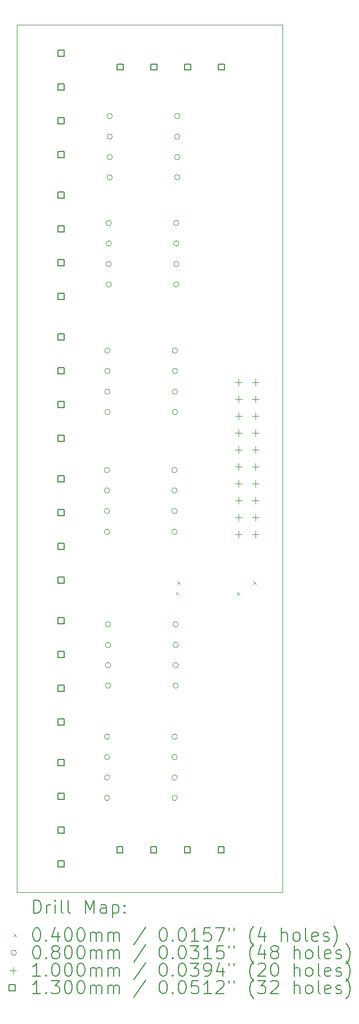
<source format=gbr>
%FSLAX45Y45*%
G04 Gerber Fmt 4.5, Leading zero omitted, Abs format (unit mm)*
G04 Created by KiCad (PCBNEW (6.0.6)) date 2022-08-29 10:44:53*
%MOMM*%
%LPD*%
G01*
G04 APERTURE LIST*
%TA.AperFunction,Profile*%
%ADD10C,0.100000*%
%TD*%
%ADD11C,0.200000*%
%ADD12C,0.040000*%
%ADD13C,0.080000*%
%ADD14C,0.100000*%
%ADD15C,0.130000*%
G04 APERTURE END LIST*
D10*
X3495040Y-14284960D02*
X7495540Y-14284960D01*
X7495540Y-14284960D02*
X7495540Y-1234440D01*
X7495540Y-1234440D02*
X3495040Y-1234440D01*
X3495040Y-1234440D02*
X3495040Y-14284960D01*
D11*
D12*
X5890580Y-9769160D02*
X5930580Y-9809160D01*
X5930580Y-9769160D02*
X5890580Y-9809160D01*
X5910900Y-9611680D02*
X5950900Y-9651680D01*
X5950900Y-9611680D02*
X5910900Y-9651680D01*
X6810060Y-9771700D02*
X6850060Y-9811700D01*
X6850060Y-9771700D02*
X6810060Y-9811700D01*
X7056440Y-9611680D02*
X7096440Y-9651680D01*
X7096440Y-9611680D02*
X7056440Y-9651680D01*
D13*
X4893940Y-7934960D02*
G75*
G03*
X4893940Y-7934960I-40000J0D01*
G01*
X4893940Y-8242300D02*
G75*
G03*
X4893940Y-8242300I-40000J0D01*
G01*
X4893940Y-8549640D02*
G75*
G03*
X4893940Y-8549640I-40000J0D01*
G01*
X4893940Y-8862060D02*
G75*
G03*
X4893940Y-8862060I-40000J0D01*
G01*
X4894880Y-11943080D02*
G75*
G03*
X4894880Y-11943080I-40000J0D01*
G01*
X4894880Y-12250420D02*
G75*
G03*
X4894880Y-12250420I-40000J0D01*
G01*
X4894880Y-12557760D02*
G75*
G03*
X4894880Y-12557760I-40000J0D01*
G01*
X4895820Y-12865100D02*
G75*
G03*
X4895820Y-12865100I-40000J0D01*
G01*
X4899960Y-6136640D02*
G75*
G03*
X4899960Y-6136640I-40000J0D01*
G01*
X4899960Y-6443980D02*
G75*
G03*
X4899960Y-6443980I-40000J0D01*
G01*
X4899960Y-6753860D02*
G75*
G03*
X4899960Y-6753860I-40000J0D01*
G01*
X4900700Y-7061200D02*
G75*
G03*
X4900700Y-7061200I-40000J0D01*
G01*
X4911720Y-10253980D02*
G75*
G03*
X4911720Y-10253980I-40000J0D01*
G01*
X4911720Y-10563860D02*
G75*
G03*
X4911720Y-10563860I-40000J0D01*
G01*
X4911720Y-10868660D02*
G75*
G03*
X4911720Y-10868660I-40000J0D01*
G01*
X4911720Y-11176000D02*
G75*
G03*
X4911720Y-11176000I-40000J0D01*
G01*
X4919340Y-4218940D02*
G75*
G03*
X4919340Y-4218940I-40000J0D01*
G01*
X4919340Y-4526280D02*
G75*
G03*
X4919340Y-4526280I-40000J0D01*
G01*
X4919340Y-4836160D02*
G75*
G03*
X4919340Y-4836160I-40000J0D01*
G01*
X4919340Y-5143500D02*
G75*
G03*
X4919340Y-5143500I-40000J0D01*
G01*
X4934580Y-2611120D02*
G75*
G03*
X4934580Y-2611120I-40000J0D01*
G01*
X4934580Y-2918460D02*
G75*
G03*
X4934580Y-2918460I-40000J0D01*
G01*
X4934580Y-3225800D02*
G75*
G03*
X4934580Y-3225800I-40000J0D01*
G01*
X4934580Y-3533140D02*
G75*
G03*
X4934580Y-3533140I-40000J0D01*
G01*
X5909940Y-7934960D02*
G75*
G03*
X5909940Y-7934960I-40000J0D01*
G01*
X5909940Y-8242300D02*
G75*
G03*
X5909940Y-8242300I-40000J0D01*
G01*
X5909940Y-8549640D02*
G75*
G03*
X5909940Y-8549640I-40000J0D01*
G01*
X5909940Y-8862060D02*
G75*
G03*
X5909940Y-8862060I-40000J0D01*
G01*
X5910880Y-11943080D02*
G75*
G03*
X5910880Y-11943080I-40000J0D01*
G01*
X5910880Y-12250420D02*
G75*
G03*
X5910880Y-12250420I-40000J0D01*
G01*
X5910880Y-12557760D02*
G75*
G03*
X5910880Y-12557760I-40000J0D01*
G01*
X5911820Y-12865100D02*
G75*
G03*
X5911820Y-12865100I-40000J0D01*
G01*
X5915960Y-6136640D02*
G75*
G03*
X5915960Y-6136640I-40000J0D01*
G01*
X5915960Y-6443980D02*
G75*
G03*
X5915960Y-6443980I-40000J0D01*
G01*
X5915960Y-6753860D02*
G75*
G03*
X5915960Y-6753860I-40000J0D01*
G01*
X5916700Y-7061200D02*
G75*
G03*
X5916700Y-7061200I-40000J0D01*
G01*
X5927720Y-10253980D02*
G75*
G03*
X5927720Y-10253980I-40000J0D01*
G01*
X5927720Y-10563860D02*
G75*
G03*
X5927720Y-10563860I-40000J0D01*
G01*
X5927720Y-10868660D02*
G75*
G03*
X5927720Y-10868660I-40000J0D01*
G01*
X5927720Y-11176000D02*
G75*
G03*
X5927720Y-11176000I-40000J0D01*
G01*
X5935340Y-4218940D02*
G75*
G03*
X5935340Y-4218940I-40000J0D01*
G01*
X5935340Y-4526280D02*
G75*
G03*
X5935340Y-4526280I-40000J0D01*
G01*
X5935340Y-4836160D02*
G75*
G03*
X5935340Y-4836160I-40000J0D01*
G01*
X5935340Y-5143500D02*
G75*
G03*
X5935340Y-5143500I-40000J0D01*
G01*
X5950580Y-2611120D02*
G75*
G03*
X5950580Y-2611120I-40000J0D01*
G01*
X5950580Y-2918460D02*
G75*
G03*
X5950580Y-2918460I-40000J0D01*
G01*
X5950580Y-3225800D02*
G75*
G03*
X5950580Y-3225800I-40000J0D01*
G01*
X5950580Y-3533140D02*
G75*
G03*
X5950580Y-3533140I-40000J0D01*
G01*
D14*
X6834020Y-6566700D02*
X6834020Y-6666700D01*
X6784020Y-6616700D02*
X6884020Y-6616700D01*
X6834020Y-6820700D02*
X6834020Y-6920700D01*
X6784020Y-6870700D02*
X6884020Y-6870700D01*
X6834020Y-7074700D02*
X6834020Y-7174700D01*
X6784020Y-7124700D02*
X6884020Y-7124700D01*
X6834020Y-7328700D02*
X6834020Y-7428700D01*
X6784020Y-7378700D02*
X6884020Y-7378700D01*
X6834020Y-7582700D02*
X6834020Y-7682700D01*
X6784020Y-7632700D02*
X6884020Y-7632700D01*
X6834020Y-7836700D02*
X6834020Y-7936700D01*
X6784020Y-7886700D02*
X6884020Y-7886700D01*
X6834020Y-8090700D02*
X6834020Y-8190700D01*
X6784020Y-8140700D02*
X6884020Y-8140700D01*
X6834020Y-8344700D02*
X6834020Y-8444700D01*
X6784020Y-8394700D02*
X6884020Y-8394700D01*
X6834020Y-8598700D02*
X6834020Y-8698700D01*
X6784020Y-8648700D02*
X6884020Y-8648700D01*
X6834020Y-8852700D02*
X6834020Y-8952700D01*
X6784020Y-8902700D02*
X6884020Y-8902700D01*
X7088020Y-6566700D02*
X7088020Y-6666700D01*
X7038020Y-6616700D02*
X7138020Y-6616700D01*
X7088020Y-6820700D02*
X7088020Y-6920700D01*
X7038020Y-6870700D02*
X7138020Y-6870700D01*
X7088020Y-7074700D02*
X7088020Y-7174700D01*
X7038020Y-7124700D02*
X7138020Y-7124700D01*
X7088020Y-7328700D02*
X7088020Y-7428700D01*
X7038020Y-7378700D02*
X7138020Y-7378700D01*
X7088020Y-7582700D02*
X7088020Y-7682700D01*
X7038020Y-7632700D02*
X7138020Y-7632700D01*
X7088020Y-7836700D02*
X7088020Y-7936700D01*
X7038020Y-7886700D02*
X7138020Y-7886700D01*
X7088020Y-8090700D02*
X7088020Y-8190700D01*
X7038020Y-8140700D02*
X7138020Y-8140700D01*
X7088020Y-8344700D02*
X7088020Y-8444700D01*
X7038020Y-8394700D02*
X7138020Y-8394700D01*
X7088020Y-8598700D02*
X7088020Y-8698700D01*
X7038020Y-8648700D02*
X7138020Y-8648700D01*
X7088020Y-8852700D02*
X7088020Y-8952700D01*
X7038020Y-8902700D02*
X7138020Y-8902700D01*
D15*
X4206482Y-1713142D02*
X4206482Y-1621218D01*
X4114558Y-1621218D01*
X4114558Y-1713142D01*
X4206482Y-1713142D01*
X4206482Y-2221142D02*
X4206482Y-2129218D01*
X4114558Y-2129218D01*
X4114558Y-2221142D01*
X4206482Y-2221142D01*
X4206482Y-2729142D02*
X4206482Y-2637218D01*
X4114558Y-2637218D01*
X4114558Y-2729142D01*
X4206482Y-2729142D01*
X4206482Y-3237142D02*
X4206482Y-3145218D01*
X4114558Y-3145218D01*
X4114558Y-3237142D01*
X4206482Y-3237142D01*
X4206482Y-5977802D02*
X4206482Y-5885878D01*
X4114558Y-5885878D01*
X4114558Y-5977802D01*
X4206482Y-5977802D01*
X4206482Y-6485802D02*
X4206482Y-6393878D01*
X4114558Y-6393878D01*
X4114558Y-6485802D01*
X4206482Y-6485802D01*
X4206482Y-6993802D02*
X4206482Y-6901878D01*
X4114558Y-6901878D01*
X4114558Y-6993802D01*
X4206482Y-6993802D01*
X4206482Y-7501802D02*
X4206482Y-7409878D01*
X4114558Y-7409878D01*
X4114558Y-7501802D01*
X4206482Y-7501802D01*
X4206482Y-8110462D02*
X4206482Y-8018538D01*
X4114558Y-8018538D01*
X4114558Y-8110462D01*
X4206482Y-8110462D01*
X4206482Y-8618462D02*
X4206482Y-8526538D01*
X4114558Y-8526538D01*
X4114558Y-8618462D01*
X4206482Y-8618462D01*
X4206482Y-9126462D02*
X4206482Y-9034538D01*
X4114558Y-9034538D01*
X4114558Y-9126462D01*
X4206482Y-9126462D01*
X4206482Y-9634462D02*
X4206482Y-9542538D01*
X4114558Y-9542538D01*
X4114558Y-9634462D01*
X4206482Y-9634462D01*
X4206482Y-10244062D02*
X4206482Y-10152138D01*
X4114558Y-10152138D01*
X4114558Y-10244062D01*
X4206482Y-10244062D01*
X4206482Y-10752062D02*
X4206482Y-10660138D01*
X4114558Y-10660138D01*
X4114558Y-10752062D01*
X4206482Y-10752062D01*
X4206482Y-11260062D02*
X4206482Y-11168138D01*
X4114558Y-11168138D01*
X4114558Y-11260062D01*
X4206482Y-11260062D01*
X4206482Y-11768062D02*
X4206482Y-11676138D01*
X4114558Y-11676138D01*
X4114558Y-11768062D01*
X4206482Y-11768062D01*
X4206482Y-12375122D02*
X4206482Y-12283198D01*
X4114558Y-12283198D01*
X4114558Y-12375122D01*
X4206482Y-12375122D01*
X4206482Y-12883122D02*
X4206482Y-12791198D01*
X4114558Y-12791198D01*
X4114558Y-12883122D01*
X4206482Y-12883122D01*
X4206482Y-13391122D02*
X4206482Y-13299198D01*
X4114558Y-13299198D01*
X4114558Y-13391122D01*
X4206482Y-13391122D01*
X4206482Y-13899122D02*
X4206482Y-13807198D01*
X4114558Y-13807198D01*
X4114558Y-13899122D01*
X4206482Y-13899122D01*
X4206502Y-3844202D02*
X4206502Y-3752278D01*
X4114578Y-3752278D01*
X4114578Y-3844202D01*
X4206502Y-3844202D01*
X4206502Y-4352202D02*
X4206502Y-4260278D01*
X4114578Y-4260278D01*
X4114578Y-4352202D01*
X4206502Y-4352202D01*
X4206502Y-4860202D02*
X4206502Y-4768278D01*
X4114578Y-4768278D01*
X4114578Y-4860202D01*
X4206502Y-4860202D01*
X4206502Y-5368202D02*
X4206502Y-5276278D01*
X4114578Y-5276278D01*
X4114578Y-5368202D01*
X4206502Y-5368202D01*
X5092942Y-13693382D02*
X5092942Y-13601458D01*
X5001018Y-13601458D01*
X5001018Y-13693382D01*
X5092942Y-13693382D01*
X5098022Y-1917922D02*
X5098022Y-1825998D01*
X5006098Y-1825998D01*
X5006098Y-1917922D01*
X5098022Y-1917922D01*
X5600942Y-13693382D02*
X5600942Y-13601458D01*
X5509018Y-13601458D01*
X5509018Y-13693382D01*
X5600942Y-13693382D01*
X5606022Y-1917922D02*
X5606022Y-1825998D01*
X5514098Y-1825998D01*
X5514098Y-1917922D01*
X5606022Y-1917922D01*
X6108942Y-13693382D02*
X6108942Y-13601458D01*
X6017018Y-13601458D01*
X6017018Y-13693382D01*
X6108942Y-13693382D01*
X6114022Y-1917922D02*
X6114022Y-1825998D01*
X6022098Y-1825998D01*
X6022098Y-1917922D01*
X6114022Y-1917922D01*
X6616942Y-13693382D02*
X6616942Y-13601458D01*
X6525018Y-13601458D01*
X6525018Y-13693382D01*
X6616942Y-13693382D01*
X6622022Y-1917922D02*
X6622022Y-1825998D01*
X6530098Y-1825998D01*
X6530098Y-1917922D01*
X6622022Y-1917922D01*
D11*
X3747659Y-14600436D02*
X3747659Y-14400436D01*
X3795278Y-14400436D01*
X3823849Y-14409960D01*
X3842897Y-14429008D01*
X3852421Y-14448055D01*
X3861945Y-14486150D01*
X3861945Y-14514722D01*
X3852421Y-14552817D01*
X3842897Y-14571865D01*
X3823849Y-14590912D01*
X3795278Y-14600436D01*
X3747659Y-14600436D01*
X3947659Y-14600436D02*
X3947659Y-14467103D01*
X3947659Y-14505198D02*
X3957183Y-14486150D01*
X3966707Y-14476627D01*
X3985754Y-14467103D01*
X4004802Y-14467103D01*
X4071468Y-14600436D02*
X4071468Y-14467103D01*
X4071468Y-14400436D02*
X4061945Y-14409960D01*
X4071468Y-14419484D01*
X4080992Y-14409960D01*
X4071468Y-14400436D01*
X4071468Y-14419484D01*
X4195278Y-14600436D02*
X4176230Y-14590912D01*
X4166707Y-14571865D01*
X4166707Y-14400436D01*
X4300040Y-14600436D02*
X4280992Y-14590912D01*
X4271469Y-14571865D01*
X4271469Y-14400436D01*
X4528611Y-14600436D02*
X4528611Y-14400436D01*
X4595278Y-14543293D01*
X4661945Y-14400436D01*
X4661945Y-14600436D01*
X4842897Y-14600436D02*
X4842897Y-14495674D01*
X4833373Y-14476627D01*
X4814326Y-14467103D01*
X4776230Y-14467103D01*
X4757183Y-14476627D01*
X4842897Y-14590912D02*
X4823850Y-14600436D01*
X4776230Y-14600436D01*
X4757183Y-14590912D01*
X4747659Y-14571865D01*
X4747659Y-14552817D01*
X4757183Y-14533769D01*
X4776230Y-14524246D01*
X4823850Y-14524246D01*
X4842897Y-14514722D01*
X4938135Y-14467103D02*
X4938135Y-14667103D01*
X4938135Y-14476627D02*
X4957183Y-14467103D01*
X4995278Y-14467103D01*
X5014326Y-14476627D01*
X5023850Y-14486150D01*
X5033373Y-14505198D01*
X5033373Y-14562341D01*
X5023850Y-14581388D01*
X5014326Y-14590912D01*
X4995278Y-14600436D01*
X4957183Y-14600436D01*
X4938135Y-14590912D01*
X5119088Y-14581388D02*
X5128611Y-14590912D01*
X5119088Y-14600436D01*
X5109564Y-14590912D01*
X5119088Y-14581388D01*
X5119088Y-14600436D01*
X5119088Y-14476627D02*
X5128611Y-14486150D01*
X5119088Y-14495674D01*
X5109564Y-14486150D01*
X5119088Y-14476627D01*
X5119088Y-14495674D01*
D12*
X3450040Y-14909960D02*
X3490040Y-14949960D01*
X3490040Y-14909960D02*
X3450040Y-14949960D01*
D11*
X3785754Y-14820436D02*
X3804802Y-14820436D01*
X3823849Y-14829960D01*
X3833373Y-14839484D01*
X3842897Y-14858531D01*
X3852421Y-14896627D01*
X3852421Y-14944246D01*
X3842897Y-14982341D01*
X3833373Y-15001388D01*
X3823849Y-15010912D01*
X3804802Y-15020436D01*
X3785754Y-15020436D01*
X3766707Y-15010912D01*
X3757183Y-15001388D01*
X3747659Y-14982341D01*
X3738135Y-14944246D01*
X3738135Y-14896627D01*
X3747659Y-14858531D01*
X3757183Y-14839484D01*
X3766707Y-14829960D01*
X3785754Y-14820436D01*
X3938135Y-15001388D02*
X3947659Y-15010912D01*
X3938135Y-15020436D01*
X3928611Y-15010912D01*
X3938135Y-15001388D01*
X3938135Y-15020436D01*
X4119088Y-14887103D02*
X4119088Y-15020436D01*
X4071468Y-14810912D02*
X4023849Y-14953769D01*
X4147659Y-14953769D01*
X4261945Y-14820436D02*
X4280992Y-14820436D01*
X4300040Y-14829960D01*
X4309564Y-14839484D01*
X4319088Y-14858531D01*
X4328611Y-14896627D01*
X4328611Y-14944246D01*
X4319088Y-14982341D01*
X4309564Y-15001388D01*
X4300040Y-15010912D01*
X4280992Y-15020436D01*
X4261945Y-15020436D01*
X4242897Y-15010912D01*
X4233373Y-15001388D01*
X4223850Y-14982341D01*
X4214326Y-14944246D01*
X4214326Y-14896627D01*
X4223850Y-14858531D01*
X4233373Y-14839484D01*
X4242897Y-14829960D01*
X4261945Y-14820436D01*
X4452421Y-14820436D02*
X4471469Y-14820436D01*
X4490516Y-14829960D01*
X4500040Y-14839484D01*
X4509564Y-14858531D01*
X4519088Y-14896627D01*
X4519088Y-14944246D01*
X4509564Y-14982341D01*
X4500040Y-15001388D01*
X4490516Y-15010912D01*
X4471469Y-15020436D01*
X4452421Y-15020436D01*
X4433373Y-15010912D01*
X4423850Y-15001388D01*
X4414326Y-14982341D01*
X4404802Y-14944246D01*
X4404802Y-14896627D01*
X4414326Y-14858531D01*
X4423850Y-14839484D01*
X4433373Y-14829960D01*
X4452421Y-14820436D01*
X4604802Y-15020436D02*
X4604802Y-14887103D01*
X4604802Y-14906150D02*
X4614326Y-14896627D01*
X4633373Y-14887103D01*
X4661945Y-14887103D01*
X4680992Y-14896627D01*
X4690516Y-14915674D01*
X4690516Y-15020436D01*
X4690516Y-14915674D02*
X4700040Y-14896627D01*
X4719088Y-14887103D01*
X4747659Y-14887103D01*
X4766707Y-14896627D01*
X4776230Y-14915674D01*
X4776230Y-15020436D01*
X4871469Y-15020436D02*
X4871469Y-14887103D01*
X4871469Y-14906150D02*
X4880992Y-14896627D01*
X4900040Y-14887103D01*
X4928611Y-14887103D01*
X4947659Y-14896627D01*
X4957183Y-14915674D01*
X4957183Y-15020436D01*
X4957183Y-14915674D02*
X4966707Y-14896627D01*
X4985754Y-14887103D01*
X5014326Y-14887103D01*
X5033373Y-14896627D01*
X5042897Y-14915674D01*
X5042897Y-15020436D01*
X5433373Y-14810912D02*
X5261945Y-15068055D01*
X5690516Y-14820436D02*
X5709564Y-14820436D01*
X5728611Y-14829960D01*
X5738135Y-14839484D01*
X5747659Y-14858531D01*
X5757183Y-14896627D01*
X5757183Y-14944246D01*
X5747659Y-14982341D01*
X5738135Y-15001388D01*
X5728611Y-15010912D01*
X5709564Y-15020436D01*
X5690516Y-15020436D01*
X5671468Y-15010912D01*
X5661945Y-15001388D01*
X5652421Y-14982341D01*
X5642897Y-14944246D01*
X5642897Y-14896627D01*
X5652421Y-14858531D01*
X5661945Y-14839484D01*
X5671468Y-14829960D01*
X5690516Y-14820436D01*
X5842897Y-15001388D02*
X5852421Y-15010912D01*
X5842897Y-15020436D01*
X5833373Y-15010912D01*
X5842897Y-15001388D01*
X5842897Y-15020436D01*
X5976230Y-14820436D02*
X5995278Y-14820436D01*
X6014326Y-14829960D01*
X6023849Y-14839484D01*
X6033373Y-14858531D01*
X6042897Y-14896627D01*
X6042897Y-14944246D01*
X6033373Y-14982341D01*
X6023849Y-15001388D01*
X6014326Y-15010912D01*
X5995278Y-15020436D01*
X5976230Y-15020436D01*
X5957183Y-15010912D01*
X5947659Y-15001388D01*
X5938135Y-14982341D01*
X5928611Y-14944246D01*
X5928611Y-14896627D01*
X5938135Y-14858531D01*
X5947659Y-14839484D01*
X5957183Y-14829960D01*
X5976230Y-14820436D01*
X6233373Y-15020436D02*
X6119088Y-15020436D01*
X6176230Y-15020436D02*
X6176230Y-14820436D01*
X6157183Y-14849008D01*
X6138135Y-14868055D01*
X6119088Y-14877579D01*
X6414326Y-14820436D02*
X6319088Y-14820436D01*
X6309564Y-14915674D01*
X6319088Y-14906150D01*
X6338135Y-14896627D01*
X6385754Y-14896627D01*
X6404802Y-14906150D01*
X6414326Y-14915674D01*
X6423849Y-14934722D01*
X6423849Y-14982341D01*
X6414326Y-15001388D01*
X6404802Y-15010912D01*
X6385754Y-15020436D01*
X6338135Y-15020436D01*
X6319088Y-15010912D01*
X6309564Y-15001388D01*
X6490516Y-14820436D02*
X6623849Y-14820436D01*
X6538135Y-15020436D01*
X6690516Y-14820436D02*
X6690516Y-14858531D01*
X6766707Y-14820436D02*
X6766707Y-14858531D01*
X7061945Y-15096627D02*
X7052421Y-15087103D01*
X7033373Y-15058531D01*
X7023849Y-15039484D01*
X7014326Y-15010912D01*
X7004802Y-14963293D01*
X7004802Y-14925198D01*
X7014326Y-14877579D01*
X7023849Y-14849008D01*
X7033373Y-14829960D01*
X7052421Y-14801388D01*
X7061945Y-14791865D01*
X7223849Y-14887103D02*
X7223849Y-15020436D01*
X7176230Y-14810912D02*
X7128611Y-14953769D01*
X7252421Y-14953769D01*
X7480992Y-15020436D02*
X7480992Y-14820436D01*
X7566707Y-15020436D02*
X7566707Y-14915674D01*
X7557183Y-14896627D01*
X7538135Y-14887103D01*
X7509564Y-14887103D01*
X7490516Y-14896627D01*
X7480992Y-14906150D01*
X7690516Y-15020436D02*
X7671468Y-15010912D01*
X7661945Y-15001388D01*
X7652421Y-14982341D01*
X7652421Y-14925198D01*
X7661945Y-14906150D01*
X7671468Y-14896627D01*
X7690516Y-14887103D01*
X7719088Y-14887103D01*
X7738135Y-14896627D01*
X7747659Y-14906150D01*
X7757183Y-14925198D01*
X7757183Y-14982341D01*
X7747659Y-15001388D01*
X7738135Y-15010912D01*
X7719088Y-15020436D01*
X7690516Y-15020436D01*
X7871468Y-15020436D02*
X7852421Y-15010912D01*
X7842897Y-14991865D01*
X7842897Y-14820436D01*
X8023849Y-15010912D02*
X8004802Y-15020436D01*
X7966707Y-15020436D01*
X7947659Y-15010912D01*
X7938135Y-14991865D01*
X7938135Y-14915674D01*
X7947659Y-14896627D01*
X7966707Y-14887103D01*
X8004802Y-14887103D01*
X8023849Y-14896627D01*
X8033373Y-14915674D01*
X8033373Y-14934722D01*
X7938135Y-14953769D01*
X8109564Y-15010912D02*
X8128611Y-15020436D01*
X8166707Y-15020436D01*
X8185754Y-15010912D01*
X8195278Y-14991865D01*
X8195278Y-14982341D01*
X8185754Y-14963293D01*
X8166707Y-14953769D01*
X8138135Y-14953769D01*
X8119088Y-14944246D01*
X8109564Y-14925198D01*
X8109564Y-14915674D01*
X8119088Y-14896627D01*
X8138135Y-14887103D01*
X8166707Y-14887103D01*
X8185754Y-14896627D01*
X8261945Y-15096627D02*
X8271468Y-15087103D01*
X8290516Y-15058531D01*
X8300040Y-15039484D01*
X8309564Y-15010912D01*
X8319088Y-14963293D01*
X8319088Y-14925198D01*
X8309564Y-14877579D01*
X8300040Y-14849008D01*
X8290516Y-14829960D01*
X8271468Y-14801388D01*
X8261945Y-14791865D01*
D13*
X3490040Y-15193960D02*
G75*
G03*
X3490040Y-15193960I-40000J0D01*
G01*
D11*
X3785754Y-15084436D02*
X3804802Y-15084436D01*
X3823849Y-15093960D01*
X3833373Y-15103484D01*
X3842897Y-15122531D01*
X3852421Y-15160627D01*
X3852421Y-15208246D01*
X3842897Y-15246341D01*
X3833373Y-15265388D01*
X3823849Y-15274912D01*
X3804802Y-15284436D01*
X3785754Y-15284436D01*
X3766707Y-15274912D01*
X3757183Y-15265388D01*
X3747659Y-15246341D01*
X3738135Y-15208246D01*
X3738135Y-15160627D01*
X3747659Y-15122531D01*
X3757183Y-15103484D01*
X3766707Y-15093960D01*
X3785754Y-15084436D01*
X3938135Y-15265388D02*
X3947659Y-15274912D01*
X3938135Y-15284436D01*
X3928611Y-15274912D01*
X3938135Y-15265388D01*
X3938135Y-15284436D01*
X4061945Y-15170150D02*
X4042897Y-15160627D01*
X4033373Y-15151103D01*
X4023849Y-15132055D01*
X4023849Y-15122531D01*
X4033373Y-15103484D01*
X4042897Y-15093960D01*
X4061945Y-15084436D01*
X4100040Y-15084436D01*
X4119088Y-15093960D01*
X4128611Y-15103484D01*
X4138135Y-15122531D01*
X4138135Y-15132055D01*
X4128611Y-15151103D01*
X4119088Y-15160627D01*
X4100040Y-15170150D01*
X4061945Y-15170150D01*
X4042897Y-15179674D01*
X4033373Y-15189198D01*
X4023849Y-15208246D01*
X4023849Y-15246341D01*
X4033373Y-15265388D01*
X4042897Y-15274912D01*
X4061945Y-15284436D01*
X4100040Y-15284436D01*
X4119088Y-15274912D01*
X4128611Y-15265388D01*
X4138135Y-15246341D01*
X4138135Y-15208246D01*
X4128611Y-15189198D01*
X4119088Y-15179674D01*
X4100040Y-15170150D01*
X4261945Y-15084436D02*
X4280992Y-15084436D01*
X4300040Y-15093960D01*
X4309564Y-15103484D01*
X4319088Y-15122531D01*
X4328611Y-15160627D01*
X4328611Y-15208246D01*
X4319088Y-15246341D01*
X4309564Y-15265388D01*
X4300040Y-15274912D01*
X4280992Y-15284436D01*
X4261945Y-15284436D01*
X4242897Y-15274912D01*
X4233373Y-15265388D01*
X4223850Y-15246341D01*
X4214326Y-15208246D01*
X4214326Y-15160627D01*
X4223850Y-15122531D01*
X4233373Y-15103484D01*
X4242897Y-15093960D01*
X4261945Y-15084436D01*
X4452421Y-15084436D02*
X4471469Y-15084436D01*
X4490516Y-15093960D01*
X4500040Y-15103484D01*
X4509564Y-15122531D01*
X4519088Y-15160627D01*
X4519088Y-15208246D01*
X4509564Y-15246341D01*
X4500040Y-15265388D01*
X4490516Y-15274912D01*
X4471469Y-15284436D01*
X4452421Y-15284436D01*
X4433373Y-15274912D01*
X4423850Y-15265388D01*
X4414326Y-15246341D01*
X4404802Y-15208246D01*
X4404802Y-15160627D01*
X4414326Y-15122531D01*
X4423850Y-15103484D01*
X4433373Y-15093960D01*
X4452421Y-15084436D01*
X4604802Y-15284436D02*
X4604802Y-15151103D01*
X4604802Y-15170150D02*
X4614326Y-15160627D01*
X4633373Y-15151103D01*
X4661945Y-15151103D01*
X4680992Y-15160627D01*
X4690516Y-15179674D01*
X4690516Y-15284436D01*
X4690516Y-15179674D02*
X4700040Y-15160627D01*
X4719088Y-15151103D01*
X4747659Y-15151103D01*
X4766707Y-15160627D01*
X4776230Y-15179674D01*
X4776230Y-15284436D01*
X4871469Y-15284436D02*
X4871469Y-15151103D01*
X4871469Y-15170150D02*
X4880992Y-15160627D01*
X4900040Y-15151103D01*
X4928611Y-15151103D01*
X4947659Y-15160627D01*
X4957183Y-15179674D01*
X4957183Y-15284436D01*
X4957183Y-15179674D02*
X4966707Y-15160627D01*
X4985754Y-15151103D01*
X5014326Y-15151103D01*
X5033373Y-15160627D01*
X5042897Y-15179674D01*
X5042897Y-15284436D01*
X5433373Y-15074912D02*
X5261945Y-15332055D01*
X5690516Y-15084436D02*
X5709564Y-15084436D01*
X5728611Y-15093960D01*
X5738135Y-15103484D01*
X5747659Y-15122531D01*
X5757183Y-15160627D01*
X5757183Y-15208246D01*
X5747659Y-15246341D01*
X5738135Y-15265388D01*
X5728611Y-15274912D01*
X5709564Y-15284436D01*
X5690516Y-15284436D01*
X5671468Y-15274912D01*
X5661945Y-15265388D01*
X5652421Y-15246341D01*
X5642897Y-15208246D01*
X5642897Y-15160627D01*
X5652421Y-15122531D01*
X5661945Y-15103484D01*
X5671468Y-15093960D01*
X5690516Y-15084436D01*
X5842897Y-15265388D02*
X5852421Y-15274912D01*
X5842897Y-15284436D01*
X5833373Y-15274912D01*
X5842897Y-15265388D01*
X5842897Y-15284436D01*
X5976230Y-15084436D02*
X5995278Y-15084436D01*
X6014326Y-15093960D01*
X6023849Y-15103484D01*
X6033373Y-15122531D01*
X6042897Y-15160627D01*
X6042897Y-15208246D01*
X6033373Y-15246341D01*
X6023849Y-15265388D01*
X6014326Y-15274912D01*
X5995278Y-15284436D01*
X5976230Y-15284436D01*
X5957183Y-15274912D01*
X5947659Y-15265388D01*
X5938135Y-15246341D01*
X5928611Y-15208246D01*
X5928611Y-15160627D01*
X5938135Y-15122531D01*
X5947659Y-15103484D01*
X5957183Y-15093960D01*
X5976230Y-15084436D01*
X6109564Y-15084436D02*
X6233373Y-15084436D01*
X6166707Y-15160627D01*
X6195278Y-15160627D01*
X6214326Y-15170150D01*
X6223849Y-15179674D01*
X6233373Y-15198722D01*
X6233373Y-15246341D01*
X6223849Y-15265388D01*
X6214326Y-15274912D01*
X6195278Y-15284436D01*
X6138135Y-15284436D01*
X6119088Y-15274912D01*
X6109564Y-15265388D01*
X6423849Y-15284436D02*
X6309564Y-15284436D01*
X6366707Y-15284436D02*
X6366707Y-15084436D01*
X6347659Y-15113008D01*
X6328611Y-15132055D01*
X6309564Y-15141579D01*
X6604802Y-15084436D02*
X6509564Y-15084436D01*
X6500040Y-15179674D01*
X6509564Y-15170150D01*
X6528611Y-15160627D01*
X6576230Y-15160627D01*
X6595278Y-15170150D01*
X6604802Y-15179674D01*
X6614326Y-15198722D01*
X6614326Y-15246341D01*
X6604802Y-15265388D01*
X6595278Y-15274912D01*
X6576230Y-15284436D01*
X6528611Y-15284436D01*
X6509564Y-15274912D01*
X6500040Y-15265388D01*
X6690516Y-15084436D02*
X6690516Y-15122531D01*
X6766707Y-15084436D02*
X6766707Y-15122531D01*
X7061945Y-15360627D02*
X7052421Y-15351103D01*
X7033373Y-15322531D01*
X7023849Y-15303484D01*
X7014326Y-15274912D01*
X7004802Y-15227293D01*
X7004802Y-15189198D01*
X7014326Y-15141579D01*
X7023849Y-15113008D01*
X7033373Y-15093960D01*
X7052421Y-15065388D01*
X7061945Y-15055865D01*
X7223849Y-15151103D02*
X7223849Y-15284436D01*
X7176230Y-15074912D02*
X7128611Y-15217769D01*
X7252421Y-15217769D01*
X7357183Y-15170150D02*
X7338135Y-15160627D01*
X7328611Y-15151103D01*
X7319088Y-15132055D01*
X7319088Y-15122531D01*
X7328611Y-15103484D01*
X7338135Y-15093960D01*
X7357183Y-15084436D01*
X7395278Y-15084436D01*
X7414326Y-15093960D01*
X7423849Y-15103484D01*
X7433373Y-15122531D01*
X7433373Y-15132055D01*
X7423849Y-15151103D01*
X7414326Y-15160627D01*
X7395278Y-15170150D01*
X7357183Y-15170150D01*
X7338135Y-15179674D01*
X7328611Y-15189198D01*
X7319088Y-15208246D01*
X7319088Y-15246341D01*
X7328611Y-15265388D01*
X7338135Y-15274912D01*
X7357183Y-15284436D01*
X7395278Y-15284436D01*
X7414326Y-15274912D01*
X7423849Y-15265388D01*
X7433373Y-15246341D01*
X7433373Y-15208246D01*
X7423849Y-15189198D01*
X7414326Y-15179674D01*
X7395278Y-15170150D01*
X7671468Y-15284436D02*
X7671468Y-15084436D01*
X7757183Y-15284436D02*
X7757183Y-15179674D01*
X7747659Y-15160627D01*
X7728611Y-15151103D01*
X7700040Y-15151103D01*
X7680992Y-15160627D01*
X7671468Y-15170150D01*
X7880992Y-15284436D02*
X7861945Y-15274912D01*
X7852421Y-15265388D01*
X7842897Y-15246341D01*
X7842897Y-15189198D01*
X7852421Y-15170150D01*
X7861945Y-15160627D01*
X7880992Y-15151103D01*
X7909564Y-15151103D01*
X7928611Y-15160627D01*
X7938135Y-15170150D01*
X7947659Y-15189198D01*
X7947659Y-15246341D01*
X7938135Y-15265388D01*
X7928611Y-15274912D01*
X7909564Y-15284436D01*
X7880992Y-15284436D01*
X8061945Y-15284436D02*
X8042897Y-15274912D01*
X8033373Y-15255865D01*
X8033373Y-15084436D01*
X8214326Y-15274912D02*
X8195278Y-15284436D01*
X8157183Y-15284436D01*
X8138135Y-15274912D01*
X8128611Y-15255865D01*
X8128611Y-15179674D01*
X8138135Y-15160627D01*
X8157183Y-15151103D01*
X8195278Y-15151103D01*
X8214326Y-15160627D01*
X8223849Y-15179674D01*
X8223849Y-15198722D01*
X8128611Y-15217769D01*
X8300040Y-15274912D02*
X8319088Y-15284436D01*
X8357183Y-15284436D01*
X8376230Y-15274912D01*
X8385754Y-15255865D01*
X8385754Y-15246341D01*
X8376230Y-15227293D01*
X8357183Y-15217769D01*
X8328611Y-15217769D01*
X8309564Y-15208246D01*
X8300040Y-15189198D01*
X8300040Y-15179674D01*
X8309564Y-15160627D01*
X8328611Y-15151103D01*
X8357183Y-15151103D01*
X8376230Y-15160627D01*
X8452421Y-15360627D02*
X8461945Y-15351103D01*
X8480992Y-15322531D01*
X8490516Y-15303484D01*
X8500040Y-15274912D01*
X8509564Y-15227293D01*
X8509564Y-15189198D01*
X8500040Y-15141579D01*
X8490516Y-15113008D01*
X8480992Y-15093960D01*
X8461945Y-15065388D01*
X8452421Y-15055865D01*
D14*
X3440040Y-15407960D02*
X3440040Y-15507960D01*
X3390040Y-15457960D02*
X3490040Y-15457960D01*
D11*
X3852421Y-15548436D02*
X3738135Y-15548436D01*
X3795278Y-15548436D02*
X3795278Y-15348436D01*
X3776230Y-15377008D01*
X3757183Y-15396055D01*
X3738135Y-15405579D01*
X3938135Y-15529388D02*
X3947659Y-15538912D01*
X3938135Y-15548436D01*
X3928611Y-15538912D01*
X3938135Y-15529388D01*
X3938135Y-15548436D01*
X4071468Y-15348436D02*
X4090516Y-15348436D01*
X4109564Y-15357960D01*
X4119088Y-15367484D01*
X4128611Y-15386531D01*
X4138135Y-15424627D01*
X4138135Y-15472246D01*
X4128611Y-15510341D01*
X4119088Y-15529388D01*
X4109564Y-15538912D01*
X4090516Y-15548436D01*
X4071468Y-15548436D01*
X4052421Y-15538912D01*
X4042897Y-15529388D01*
X4033373Y-15510341D01*
X4023849Y-15472246D01*
X4023849Y-15424627D01*
X4033373Y-15386531D01*
X4042897Y-15367484D01*
X4052421Y-15357960D01*
X4071468Y-15348436D01*
X4261945Y-15348436D02*
X4280992Y-15348436D01*
X4300040Y-15357960D01*
X4309564Y-15367484D01*
X4319088Y-15386531D01*
X4328611Y-15424627D01*
X4328611Y-15472246D01*
X4319088Y-15510341D01*
X4309564Y-15529388D01*
X4300040Y-15538912D01*
X4280992Y-15548436D01*
X4261945Y-15548436D01*
X4242897Y-15538912D01*
X4233373Y-15529388D01*
X4223850Y-15510341D01*
X4214326Y-15472246D01*
X4214326Y-15424627D01*
X4223850Y-15386531D01*
X4233373Y-15367484D01*
X4242897Y-15357960D01*
X4261945Y-15348436D01*
X4452421Y-15348436D02*
X4471469Y-15348436D01*
X4490516Y-15357960D01*
X4500040Y-15367484D01*
X4509564Y-15386531D01*
X4519088Y-15424627D01*
X4519088Y-15472246D01*
X4509564Y-15510341D01*
X4500040Y-15529388D01*
X4490516Y-15538912D01*
X4471469Y-15548436D01*
X4452421Y-15548436D01*
X4433373Y-15538912D01*
X4423850Y-15529388D01*
X4414326Y-15510341D01*
X4404802Y-15472246D01*
X4404802Y-15424627D01*
X4414326Y-15386531D01*
X4423850Y-15367484D01*
X4433373Y-15357960D01*
X4452421Y-15348436D01*
X4604802Y-15548436D02*
X4604802Y-15415103D01*
X4604802Y-15434150D02*
X4614326Y-15424627D01*
X4633373Y-15415103D01*
X4661945Y-15415103D01*
X4680992Y-15424627D01*
X4690516Y-15443674D01*
X4690516Y-15548436D01*
X4690516Y-15443674D02*
X4700040Y-15424627D01*
X4719088Y-15415103D01*
X4747659Y-15415103D01*
X4766707Y-15424627D01*
X4776230Y-15443674D01*
X4776230Y-15548436D01*
X4871469Y-15548436D02*
X4871469Y-15415103D01*
X4871469Y-15434150D02*
X4880992Y-15424627D01*
X4900040Y-15415103D01*
X4928611Y-15415103D01*
X4947659Y-15424627D01*
X4957183Y-15443674D01*
X4957183Y-15548436D01*
X4957183Y-15443674D02*
X4966707Y-15424627D01*
X4985754Y-15415103D01*
X5014326Y-15415103D01*
X5033373Y-15424627D01*
X5042897Y-15443674D01*
X5042897Y-15548436D01*
X5433373Y-15338912D02*
X5261945Y-15596055D01*
X5690516Y-15348436D02*
X5709564Y-15348436D01*
X5728611Y-15357960D01*
X5738135Y-15367484D01*
X5747659Y-15386531D01*
X5757183Y-15424627D01*
X5757183Y-15472246D01*
X5747659Y-15510341D01*
X5738135Y-15529388D01*
X5728611Y-15538912D01*
X5709564Y-15548436D01*
X5690516Y-15548436D01*
X5671468Y-15538912D01*
X5661945Y-15529388D01*
X5652421Y-15510341D01*
X5642897Y-15472246D01*
X5642897Y-15424627D01*
X5652421Y-15386531D01*
X5661945Y-15367484D01*
X5671468Y-15357960D01*
X5690516Y-15348436D01*
X5842897Y-15529388D02*
X5852421Y-15538912D01*
X5842897Y-15548436D01*
X5833373Y-15538912D01*
X5842897Y-15529388D01*
X5842897Y-15548436D01*
X5976230Y-15348436D02*
X5995278Y-15348436D01*
X6014326Y-15357960D01*
X6023849Y-15367484D01*
X6033373Y-15386531D01*
X6042897Y-15424627D01*
X6042897Y-15472246D01*
X6033373Y-15510341D01*
X6023849Y-15529388D01*
X6014326Y-15538912D01*
X5995278Y-15548436D01*
X5976230Y-15548436D01*
X5957183Y-15538912D01*
X5947659Y-15529388D01*
X5938135Y-15510341D01*
X5928611Y-15472246D01*
X5928611Y-15424627D01*
X5938135Y-15386531D01*
X5947659Y-15367484D01*
X5957183Y-15357960D01*
X5976230Y-15348436D01*
X6109564Y-15348436D02*
X6233373Y-15348436D01*
X6166707Y-15424627D01*
X6195278Y-15424627D01*
X6214326Y-15434150D01*
X6223849Y-15443674D01*
X6233373Y-15462722D01*
X6233373Y-15510341D01*
X6223849Y-15529388D01*
X6214326Y-15538912D01*
X6195278Y-15548436D01*
X6138135Y-15548436D01*
X6119088Y-15538912D01*
X6109564Y-15529388D01*
X6328611Y-15548436D02*
X6366707Y-15548436D01*
X6385754Y-15538912D01*
X6395278Y-15529388D01*
X6414326Y-15500817D01*
X6423849Y-15462722D01*
X6423849Y-15386531D01*
X6414326Y-15367484D01*
X6404802Y-15357960D01*
X6385754Y-15348436D01*
X6347659Y-15348436D01*
X6328611Y-15357960D01*
X6319088Y-15367484D01*
X6309564Y-15386531D01*
X6309564Y-15434150D01*
X6319088Y-15453198D01*
X6328611Y-15462722D01*
X6347659Y-15472246D01*
X6385754Y-15472246D01*
X6404802Y-15462722D01*
X6414326Y-15453198D01*
X6423849Y-15434150D01*
X6595278Y-15415103D02*
X6595278Y-15548436D01*
X6547659Y-15338912D02*
X6500040Y-15481769D01*
X6623849Y-15481769D01*
X6690516Y-15348436D02*
X6690516Y-15386531D01*
X6766707Y-15348436D02*
X6766707Y-15386531D01*
X7061945Y-15624627D02*
X7052421Y-15615103D01*
X7033373Y-15586531D01*
X7023849Y-15567484D01*
X7014326Y-15538912D01*
X7004802Y-15491293D01*
X7004802Y-15453198D01*
X7014326Y-15405579D01*
X7023849Y-15377008D01*
X7033373Y-15357960D01*
X7052421Y-15329388D01*
X7061945Y-15319865D01*
X7128611Y-15367484D02*
X7138135Y-15357960D01*
X7157183Y-15348436D01*
X7204802Y-15348436D01*
X7223849Y-15357960D01*
X7233373Y-15367484D01*
X7242897Y-15386531D01*
X7242897Y-15405579D01*
X7233373Y-15434150D01*
X7119088Y-15548436D01*
X7242897Y-15548436D01*
X7366707Y-15348436D02*
X7385754Y-15348436D01*
X7404802Y-15357960D01*
X7414326Y-15367484D01*
X7423849Y-15386531D01*
X7433373Y-15424627D01*
X7433373Y-15472246D01*
X7423849Y-15510341D01*
X7414326Y-15529388D01*
X7404802Y-15538912D01*
X7385754Y-15548436D01*
X7366707Y-15548436D01*
X7347659Y-15538912D01*
X7338135Y-15529388D01*
X7328611Y-15510341D01*
X7319088Y-15472246D01*
X7319088Y-15424627D01*
X7328611Y-15386531D01*
X7338135Y-15367484D01*
X7347659Y-15357960D01*
X7366707Y-15348436D01*
X7671468Y-15548436D02*
X7671468Y-15348436D01*
X7757183Y-15548436D02*
X7757183Y-15443674D01*
X7747659Y-15424627D01*
X7728611Y-15415103D01*
X7700040Y-15415103D01*
X7680992Y-15424627D01*
X7671468Y-15434150D01*
X7880992Y-15548436D02*
X7861945Y-15538912D01*
X7852421Y-15529388D01*
X7842897Y-15510341D01*
X7842897Y-15453198D01*
X7852421Y-15434150D01*
X7861945Y-15424627D01*
X7880992Y-15415103D01*
X7909564Y-15415103D01*
X7928611Y-15424627D01*
X7938135Y-15434150D01*
X7947659Y-15453198D01*
X7947659Y-15510341D01*
X7938135Y-15529388D01*
X7928611Y-15538912D01*
X7909564Y-15548436D01*
X7880992Y-15548436D01*
X8061945Y-15548436D02*
X8042897Y-15538912D01*
X8033373Y-15519865D01*
X8033373Y-15348436D01*
X8214326Y-15538912D02*
X8195278Y-15548436D01*
X8157183Y-15548436D01*
X8138135Y-15538912D01*
X8128611Y-15519865D01*
X8128611Y-15443674D01*
X8138135Y-15424627D01*
X8157183Y-15415103D01*
X8195278Y-15415103D01*
X8214326Y-15424627D01*
X8223849Y-15443674D01*
X8223849Y-15462722D01*
X8128611Y-15481769D01*
X8300040Y-15538912D02*
X8319088Y-15548436D01*
X8357183Y-15548436D01*
X8376230Y-15538912D01*
X8385754Y-15519865D01*
X8385754Y-15510341D01*
X8376230Y-15491293D01*
X8357183Y-15481769D01*
X8328611Y-15481769D01*
X8309564Y-15472246D01*
X8300040Y-15453198D01*
X8300040Y-15443674D01*
X8309564Y-15424627D01*
X8328611Y-15415103D01*
X8357183Y-15415103D01*
X8376230Y-15424627D01*
X8452421Y-15624627D02*
X8461945Y-15615103D01*
X8480992Y-15586531D01*
X8490516Y-15567484D01*
X8500040Y-15538912D01*
X8509564Y-15491293D01*
X8509564Y-15453198D01*
X8500040Y-15405579D01*
X8490516Y-15377008D01*
X8480992Y-15357960D01*
X8461945Y-15329388D01*
X8452421Y-15319865D01*
D15*
X3471002Y-15767922D02*
X3471002Y-15675998D01*
X3379078Y-15675998D01*
X3379078Y-15767922D01*
X3471002Y-15767922D01*
D11*
X3852421Y-15812436D02*
X3738135Y-15812436D01*
X3795278Y-15812436D02*
X3795278Y-15612436D01*
X3776230Y-15641008D01*
X3757183Y-15660055D01*
X3738135Y-15669579D01*
X3938135Y-15793388D02*
X3947659Y-15802912D01*
X3938135Y-15812436D01*
X3928611Y-15802912D01*
X3938135Y-15793388D01*
X3938135Y-15812436D01*
X4014326Y-15612436D02*
X4138135Y-15612436D01*
X4071468Y-15688627D01*
X4100040Y-15688627D01*
X4119088Y-15698150D01*
X4128611Y-15707674D01*
X4138135Y-15726722D01*
X4138135Y-15774341D01*
X4128611Y-15793388D01*
X4119088Y-15802912D01*
X4100040Y-15812436D01*
X4042897Y-15812436D01*
X4023849Y-15802912D01*
X4014326Y-15793388D01*
X4261945Y-15612436D02*
X4280992Y-15612436D01*
X4300040Y-15621960D01*
X4309564Y-15631484D01*
X4319088Y-15650531D01*
X4328611Y-15688627D01*
X4328611Y-15736246D01*
X4319088Y-15774341D01*
X4309564Y-15793388D01*
X4300040Y-15802912D01*
X4280992Y-15812436D01*
X4261945Y-15812436D01*
X4242897Y-15802912D01*
X4233373Y-15793388D01*
X4223850Y-15774341D01*
X4214326Y-15736246D01*
X4214326Y-15688627D01*
X4223850Y-15650531D01*
X4233373Y-15631484D01*
X4242897Y-15621960D01*
X4261945Y-15612436D01*
X4452421Y-15612436D02*
X4471469Y-15612436D01*
X4490516Y-15621960D01*
X4500040Y-15631484D01*
X4509564Y-15650531D01*
X4519088Y-15688627D01*
X4519088Y-15736246D01*
X4509564Y-15774341D01*
X4500040Y-15793388D01*
X4490516Y-15802912D01*
X4471469Y-15812436D01*
X4452421Y-15812436D01*
X4433373Y-15802912D01*
X4423850Y-15793388D01*
X4414326Y-15774341D01*
X4404802Y-15736246D01*
X4404802Y-15688627D01*
X4414326Y-15650531D01*
X4423850Y-15631484D01*
X4433373Y-15621960D01*
X4452421Y-15612436D01*
X4604802Y-15812436D02*
X4604802Y-15679103D01*
X4604802Y-15698150D02*
X4614326Y-15688627D01*
X4633373Y-15679103D01*
X4661945Y-15679103D01*
X4680992Y-15688627D01*
X4690516Y-15707674D01*
X4690516Y-15812436D01*
X4690516Y-15707674D02*
X4700040Y-15688627D01*
X4719088Y-15679103D01*
X4747659Y-15679103D01*
X4766707Y-15688627D01*
X4776230Y-15707674D01*
X4776230Y-15812436D01*
X4871469Y-15812436D02*
X4871469Y-15679103D01*
X4871469Y-15698150D02*
X4880992Y-15688627D01*
X4900040Y-15679103D01*
X4928611Y-15679103D01*
X4947659Y-15688627D01*
X4957183Y-15707674D01*
X4957183Y-15812436D01*
X4957183Y-15707674D02*
X4966707Y-15688627D01*
X4985754Y-15679103D01*
X5014326Y-15679103D01*
X5033373Y-15688627D01*
X5042897Y-15707674D01*
X5042897Y-15812436D01*
X5433373Y-15602912D02*
X5261945Y-15860055D01*
X5690516Y-15612436D02*
X5709564Y-15612436D01*
X5728611Y-15621960D01*
X5738135Y-15631484D01*
X5747659Y-15650531D01*
X5757183Y-15688627D01*
X5757183Y-15736246D01*
X5747659Y-15774341D01*
X5738135Y-15793388D01*
X5728611Y-15802912D01*
X5709564Y-15812436D01*
X5690516Y-15812436D01*
X5671468Y-15802912D01*
X5661945Y-15793388D01*
X5652421Y-15774341D01*
X5642897Y-15736246D01*
X5642897Y-15688627D01*
X5652421Y-15650531D01*
X5661945Y-15631484D01*
X5671468Y-15621960D01*
X5690516Y-15612436D01*
X5842897Y-15793388D02*
X5852421Y-15802912D01*
X5842897Y-15812436D01*
X5833373Y-15802912D01*
X5842897Y-15793388D01*
X5842897Y-15812436D01*
X5976230Y-15612436D02*
X5995278Y-15612436D01*
X6014326Y-15621960D01*
X6023849Y-15631484D01*
X6033373Y-15650531D01*
X6042897Y-15688627D01*
X6042897Y-15736246D01*
X6033373Y-15774341D01*
X6023849Y-15793388D01*
X6014326Y-15802912D01*
X5995278Y-15812436D01*
X5976230Y-15812436D01*
X5957183Y-15802912D01*
X5947659Y-15793388D01*
X5938135Y-15774341D01*
X5928611Y-15736246D01*
X5928611Y-15688627D01*
X5938135Y-15650531D01*
X5947659Y-15631484D01*
X5957183Y-15621960D01*
X5976230Y-15612436D01*
X6223849Y-15612436D02*
X6128611Y-15612436D01*
X6119088Y-15707674D01*
X6128611Y-15698150D01*
X6147659Y-15688627D01*
X6195278Y-15688627D01*
X6214326Y-15698150D01*
X6223849Y-15707674D01*
X6233373Y-15726722D01*
X6233373Y-15774341D01*
X6223849Y-15793388D01*
X6214326Y-15802912D01*
X6195278Y-15812436D01*
X6147659Y-15812436D01*
X6128611Y-15802912D01*
X6119088Y-15793388D01*
X6423849Y-15812436D02*
X6309564Y-15812436D01*
X6366707Y-15812436D02*
X6366707Y-15612436D01*
X6347659Y-15641008D01*
X6328611Y-15660055D01*
X6309564Y-15669579D01*
X6500040Y-15631484D02*
X6509564Y-15621960D01*
X6528611Y-15612436D01*
X6576230Y-15612436D01*
X6595278Y-15621960D01*
X6604802Y-15631484D01*
X6614326Y-15650531D01*
X6614326Y-15669579D01*
X6604802Y-15698150D01*
X6490516Y-15812436D01*
X6614326Y-15812436D01*
X6690516Y-15612436D02*
X6690516Y-15650531D01*
X6766707Y-15612436D02*
X6766707Y-15650531D01*
X7061945Y-15888627D02*
X7052421Y-15879103D01*
X7033373Y-15850531D01*
X7023849Y-15831484D01*
X7014326Y-15802912D01*
X7004802Y-15755293D01*
X7004802Y-15717198D01*
X7014326Y-15669579D01*
X7023849Y-15641008D01*
X7033373Y-15621960D01*
X7052421Y-15593388D01*
X7061945Y-15583865D01*
X7119088Y-15612436D02*
X7242897Y-15612436D01*
X7176230Y-15688627D01*
X7204802Y-15688627D01*
X7223849Y-15698150D01*
X7233373Y-15707674D01*
X7242897Y-15726722D01*
X7242897Y-15774341D01*
X7233373Y-15793388D01*
X7223849Y-15802912D01*
X7204802Y-15812436D01*
X7147659Y-15812436D01*
X7128611Y-15802912D01*
X7119088Y-15793388D01*
X7319088Y-15631484D02*
X7328611Y-15621960D01*
X7347659Y-15612436D01*
X7395278Y-15612436D01*
X7414326Y-15621960D01*
X7423849Y-15631484D01*
X7433373Y-15650531D01*
X7433373Y-15669579D01*
X7423849Y-15698150D01*
X7309564Y-15812436D01*
X7433373Y-15812436D01*
X7671468Y-15812436D02*
X7671468Y-15612436D01*
X7757183Y-15812436D02*
X7757183Y-15707674D01*
X7747659Y-15688627D01*
X7728611Y-15679103D01*
X7700040Y-15679103D01*
X7680992Y-15688627D01*
X7671468Y-15698150D01*
X7880992Y-15812436D02*
X7861945Y-15802912D01*
X7852421Y-15793388D01*
X7842897Y-15774341D01*
X7842897Y-15717198D01*
X7852421Y-15698150D01*
X7861945Y-15688627D01*
X7880992Y-15679103D01*
X7909564Y-15679103D01*
X7928611Y-15688627D01*
X7938135Y-15698150D01*
X7947659Y-15717198D01*
X7947659Y-15774341D01*
X7938135Y-15793388D01*
X7928611Y-15802912D01*
X7909564Y-15812436D01*
X7880992Y-15812436D01*
X8061945Y-15812436D02*
X8042897Y-15802912D01*
X8033373Y-15783865D01*
X8033373Y-15612436D01*
X8214326Y-15802912D02*
X8195278Y-15812436D01*
X8157183Y-15812436D01*
X8138135Y-15802912D01*
X8128611Y-15783865D01*
X8128611Y-15707674D01*
X8138135Y-15688627D01*
X8157183Y-15679103D01*
X8195278Y-15679103D01*
X8214326Y-15688627D01*
X8223849Y-15707674D01*
X8223849Y-15726722D01*
X8128611Y-15745769D01*
X8300040Y-15802912D02*
X8319088Y-15812436D01*
X8357183Y-15812436D01*
X8376230Y-15802912D01*
X8385754Y-15783865D01*
X8385754Y-15774341D01*
X8376230Y-15755293D01*
X8357183Y-15745769D01*
X8328611Y-15745769D01*
X8309564Y-15736246D01*
X8300040Y-15717198D01*
X8300040Y-15707674D01*
X8309564Y-15688627D01*
X8328611Y-15679103D01*
X8357183Y-15679103D01*
X8376230Y-15688627D01*
X8452421Y-15888627D02*
X8461945Y-15879103D01*
X8480992Y-15850531D01*
X8490516Y-15831484D01*
X8500040Y-15802912D01*
X8509564Y-15755293D01*
X8509564Y-15717198D01*
X8500040Y-15669579D01*
X8490516Y-15641008D01*
X8480992Y-15621960D01*
X8461945Y-15593388D01*
X8452421Y-15583865D01*
M02*

</source>
